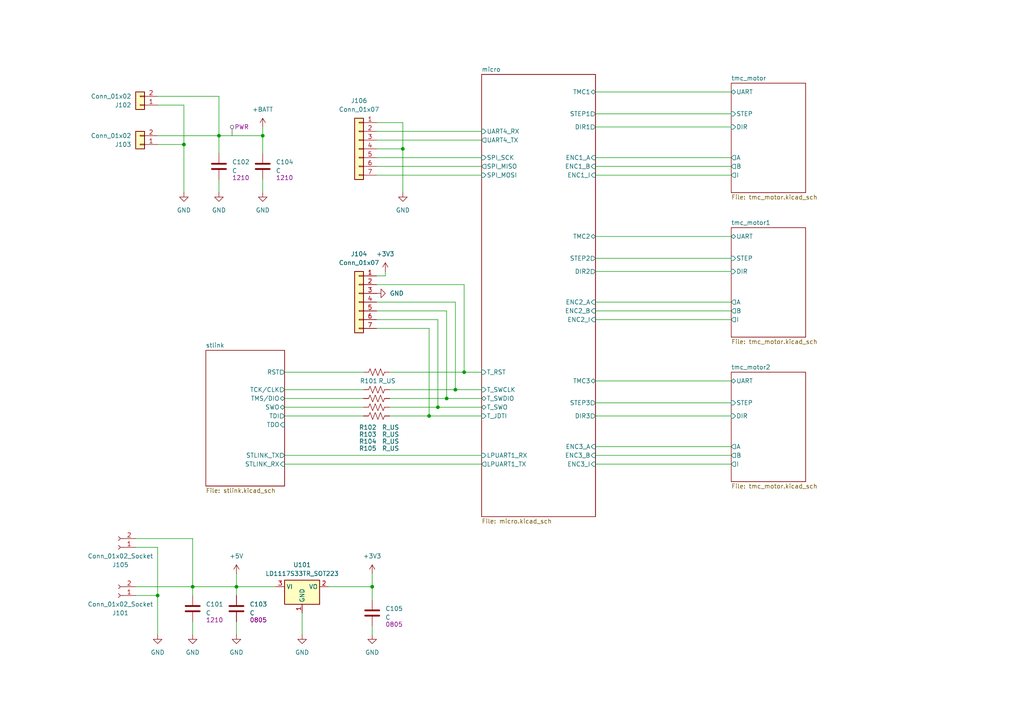
<source format=kicad_sch>
(kicad_sch (version 20250114) (generator "eeschema") (generator_version "9.0")
  (paper "A4")
  (lib_symbols
    (symbol "Connector:Conn_01x02_Socket" (pin_names (offset 1.016) (hide yes))
      (property "Reference" "J" (at 0 2.54 0))
      (property "Value" "Conn_01x02_Socket" (at 0 -5.08 0))
      (symbol "Conn_01x02_Socket_1_1"
        (polyline (pts (xy -1.27 0) (xy -0.508 0)) (stroke (width 0.1524)))
        (polyline (pts (xy -1.27 -2.54) (xy -0.508 -2.54)) (stroke (width 0.1524)))
        (arc (start 0 -0.508) (mid -0.5058 0) (end 0 0.508) (stroke (width 0.1524)))
        (arc (start 0 -3.048) (mid -0.5058 -2.54) (end 0 -2.032) (stroke (width 0.1524)))
        (pin passive line (at -5.08 0 0) (length 3.81) (name "Pin_1") (number "1"))
        (pin passive line (at -5.08 -2.54 0) (length 3.81) (name "Pin_2") (number "2"))
      )
    )
    (symbol "Connector_Generic:Conn_01x02" (pin_names (offset 1.016) (hide yes))
      (property "Reference" "J" (at 0 2.54 0))
      (property "Value" "Conn_01x02" (at 0 -5.08 0))
      (symbol "Conn_01x02_1_1"
        (rectangle (start -1.27 1.27) (end 1.27 -3.81) (stroke (width 0.254)) (fill (type background)))
        (rectangle (start -1.27 0.127) (end 0 -0.127) (stroke (width 0.1524)))
        (rectangle (start -1.27 -2.413) (end 0 -2.667) (stroke (width 0.1524)))
        (pin passive line (at -5.08 0 0) (length 3.81) (name "Pin_1") (number "1"))
        (pin passive line (at -5.08 -2.54 0) (length 3.81) (name "Pin_2") (number "2"))
      )
    )
    (symbol "Connector_Generic:Conn_01x07" (pin_names (offset 1.016) (hide yes))
      (property "Reference" "J" (at 0 10.16 0))
      (property "Value" "Conn_01x07" (at 0 -10.16 0))
      (symbol "Conn_01x07_1_1"
        (rectangle (start -1.27 8.89) (end 1.27 -8.89) (stroke (width 0.254)) (fill (type background)))
        (rectangle (start -1.27 7.747) (end 0 7.493) (stroke (width 0.1524)))
        (rectangle (start -1.27 5.207) (end 0 4.953) (stroke (width 0.1524)))
        (rectangle (start -1.27 2.667) (end 0 2.413) (stroke (width 0.1524)))
        (rectangle (start -1.27 0.127) (end 0 -0.127) (stroke (width 0.1524)))
        (rectangle (start -1.27 -2.413) (end 0 -2.667) (stroke (width 0.1524)))
        (rectangle (start -1.27 -4.953) (end 0 -5.207) (stroke (width 0.1524)))
        (rectangle (start -1.27 -7.493) (end 0 -7.747) (stroke (width 0.1524)))
        (pin passive line (at -5.08 7.62 0) (length 3.81) (name "Pin_1") (number "1"))
        (pin passive line (at -5.08 5.08 0) (length 3.81) (name "Pin_2") (number "2"))
        (pin passive line (at -5.08 2.54 0) (length 3.81) (name "Pin_3") (number "3"))
        (pin passive line (at -5.08 0 0) (length 3.81) (name "Pin_4") (number "4"))
        (pin passive line (at -5.08 -2.54 0) (length 3.81) (name "Pin_5") (number "5"))
        (pin passive line (at -5.08 -5.08 0) (length 3.81) (name "Pin_6") (number "6"))
        (pin passive line (at -5.08 -7.62 0) (length 3.81) (name "Pin_7") (number "7"))
      )
    )
    (symbol "Device:C" (pin_numbers (hide yes)) (pin_names (offset 0.254))
      (property "Reference" "C" (at 0.635 2.54 0))
      (property "Value" "C" (at 0.635 -2.54 0))
      (symbol "C_0_1"
        (polyline (pts (xy -2.032 0.762) (xy 2.032 0.762)) (stroke (width 0.508)))
        (polyline (pts (xy -2.032 -0.762) (xy 2.032 -0.762)) (stroke (width 0.508)))
      )
      (symbol "C_1_1"
        (pin passive line (at 0 3.81 270) (length 2.794) (name "~") (number "1"))
        (pin passive line (at 0 -3.81 90) (length 2.794) (name "~") (number "2"))
      )
    )
    (symbol "Device:R_US" (pin_numbers (hide yes)) (pin_names (offset 0))
      (property "Reference" "R" (at 2.54 0 90))
      (property "Value" "R_US" (at -2.54 0 90))
      (symbol "R_US_0_1"
        (polyline (pts (xy 0 2.286) (xy 0 2.54)))
        (polyline (pts (xy 0 2.286) (xy 1.016 1.905) (xy 0 1.524) (xy -1.016 1.143) (xy 0 0.762)))
        (polyline (pts (xy 0 0.762) (xy 1.016 0.381) (xy 0 0) (xy -1.016 -0.381) (xy 0 -0.762)))
        (polyline (pts (xy 0 -0.762) (xy 1.016 -1.143) (xy 0 -1.524) (xy -1.016 -1.905) (xy 0 -2.286)))
        (polyline (pts (xy 0 -2.286) (xy 0 -2.54)))
      )
      (symbol "R_US_1_1"
        (pin passive line (at 0 3.81 270) (length 1.27) (name "~") (number "1"))
        (pin passive line (at 0 -3.81 90) (length 1.27) (name "~") (number "2"))
      )
    )
    (symbol "Regulator_Linear:LD1117S33TR_SOT223"
      (property "Reference" "U" (at -3.81 3.175 0))
      (property "Value" "LD1117S33TR_SOT223" (at 0 3.175 0))
      (symbol "LD1117S33TR_SOT223_0_1"
        (rectangle (start -5.08 -5.08) (end 5.08 1.905) (stroke (width 0.254)) (fill (type background)))
      )
      (symbol "LD1117S33TR_SOT223_1_1"
        (pin power_in line (at -7.62 0 0) (length 2.54) (name "VI") (number "3"))
        (pin power_in line (at 0 -7.62 90) (length 2.54) (name "GND") (number "1"))
        (pin power_out line (at 7.62 0 180) (length 2.54) (name "VO") (number "2"))
      )
    )
    (symbol "power:+3V3" (power) (pin_numbers (hide yes)) (pin_names (offset 0) (hide yes))
      (property "Value" "+3V3" (at 0 3.556 0))
      (symbol "+3V3_0_1"
        (polyline (pts (xy -0.762 1.27) (xy 0 2.54)))
        (polyline (pts (xy 0 2.54) (xy 0.762 1.27)))
        (polyline (pts (xy 0 0) (xy 0 2.54)))
      )
      (symbol "+3V3_1_1"
        (pin power_in line (at 0 0 90) (length 0) (name "~") (number "1"))
      )
    )
    (symbol "power:+5V" (power) (pin_numbers (hide yes)) (pin_names (offset 0) (hide yes))
      (property "Value" "+5V" (at 0 3.556 0))
      (symbol "+5V_0_1"
        (polyline (pts (xy -0.762 1.27) (xy 0 2.54)))
        (polyline (pts (xy 0 2.54) (xy 0.762 1.27)))
        (polyline (pts (xy 0 0) (xy 0 2.54)))
      )
      (symbol "+5V_1_1"
        (pin power_in line (at 0 0 90) (length 0) (name "~") (number "1"))
      )
    )
    (symbol "power:+BATT" (power) (pin_numbers (hide yes)) (pin_names (offset 0) (hide yes))
      (property "Value" "+BATT" (at 0 3.556 0))
      (symbol "+BATT_0_1"
        (polyline (pts (xy -0.762 1.27) (xy 0 2.54)))
        (polyline (pts (xy 0 2.54) (xy 0.762 1.27)))
        (polyline (pts (xy 0 0) (xy 0 2.54)))
      )
      (symbol "+BATT_1_1"
        (pin power_in line (at 0 0 90) (length 0) (name "~") (number "1"))
      )
    )
    (symbol "power:GND" (power) (pin_numbers (hide yes)) (pin_names (offset 0) (hide yes))
      (property "Value" "GND" (at 0 -3.81 0))
      (symbol "GND_0_1"
        (polyline (pts (xy 0 0) (xy 0 -1.27) (xy 1.27 -1.27) (xy 0 -2.54) (xy -1.27 -1.27) (xy 0 -1.27)))
      )
      (symbol "GND_1_1"
        (pin power_in line (at 0 0 270) (length 0) (name "~") (number "1"))
      )
    )
  )
  (junction (at 116.84 43.18))
  (junction (at 45.72 172.72))
  (junction (at 134.62 107.95))
  (junction (at 107.95 170.18))
  (junction (at 53.34 41.91))
  (junction (at 68.58 170.18))
  (junction (at 127 118.11))
  (junction (at 129.54 115.57))
  (junction (at 76.2 39.37))
  (junction (at 63.5 39.37))
  (junction (at 124.46 120.65))
  (junction (at 55.88 170.18))
  (junction (at 132.08 113.03))
  (wire (pts (xy 76.2 52.07) (xy 76.2 55.88)))
  (wire (pts (xy 129.54 90.17) (xy 129.54 115.57)))
  (wire (pts (xy 53.34 30.48) (xy 45.72 30.48)))
  (wire (pts (xy 63.5 39.37) (xy 63.5 27.94)))
  (wire (pts (xy 113.03 113.03) (xy 132.08 113.03)))
  (wire (pts (xy 63.5 52.07) (xy 63.5 55.88)))
  (wire (pts (xy 45.72 172.72) (xy 45.72 184.15)))
  (wire (pts (xy 82.55 107.95) (xy 105.41 107.95)))
  (wire (pts (xy 55.88 180.34) (xy 55.88 184.15)))
  (wire (pts (xy 116.84 55.88) (xy 116.84 43.18)))
  (wire (pts (xy 76.2 39.37) (xy 63.5 39.37)))
  (wire (pts (xy 134.62 82.55) (xy 134.62 107.95)))
  (wire (pts (xy 109.22 38.1) (xy 139.7 38.1)))
  (wire (pts (xy 76.2 39.37) (xy 76.2 44.45)))
  (wire (pts (xy 132.08 113.03) (xy 139.7 113.03)))
  (wire (pts (xy 87.63 177.8) (xy 87.63 184.15)))
  (wire (pts (xy 53.34 55.88) (xy 53.34 41.91)))
  (wire (pts (xy 55.88 156.21) (xy 55.88 170.18)))
  (wire (pts (xy 172.72 129.54) (xy 212.09 129.54)))
  (wire (pts (xy 107.95 181.61) (xy 107.95 184.15)))
  (wire (pts (xy 172.72 87.63) (xy 212.09 87.63)))
  (wire (pts (xy 53.34 41.91) (xy 53.34 30.48)))
  (wire (pts (xy 107.95 166.37) (xy 107.95 170.18)))
  (wire (pts (xy 107.95 170.18) (xy 107.95 173.99)))
  (wire (pts (xy 39.37 156.21) (xy 55.88 156.21)))
  (wire (pts (xy 109.22 35.56) (xy 116.84 35.56)))
  (wire (pts (xy 113.03 118.11) (xy 127 118.11)))
  (wire (pts (xy 172.72 74.93) (xy 212.09 74.93)))
  (wire (pts (xy 109.22 87.63) (xy 132.08 87.63)))
  (wire (pts (xy 172.72 132.08) (xy 212.09 132.08)))
  (wire (pts (xy 172.72 120.65) (xy 212.09 120.65)))
  (wire (pts (xy 172.72 110.49) (xy 212.09 110.49)))
  (wire (pts (xy 124.46 95.25) (xy 124.46 120.65)))
  (wire (pts (xy 172.72 78.74) (xy 212.09 78.74)))
  (wire (pts (xy 45.72 158.75) (xy 45.72 172.72)))
  (wire (pts (xy 134.62 107.95) (xy 139.7 107.95)))
  (wire (pts (xy 68.58 180.34) (xy 68.58 184.15)))
  (wire (pts (xy 172.72 48.26) (xy 212.09 48.26)))
  (wire (pts (xy 109.22 92.71) (xy 127 92.71)))
  (wire (pts (xy 82.55 115.57) (xy 105.41 115.57)))
  (wire (pts (xy 172.72 33.02) (xy 212.09 33.02)))
  (wire (pts (xy 82.55 134.62) (xy 139.7 134.62)))
  (wire (pts (xy 82.55 113.03) (xy 105.41 113.03)))
  (wire (pts (xy 82.55 120.65) (xy 105.41 120.65)))
  (wire (pts (xy 68.58 170.18) (xy 80.01 170.18)))
  (wire (pts (xy 55.88 170.18) (xy 68.58 170.18)))
  (wire (pts (xy 113.03 115.57) (xy 129.54 115.57)))
  (wire (pts (xy 109.22 80.01) (xy 111.76 80.01)))
  (wire (pts (xy 111.76 80.01) (xy 111.76 78.74)))
  (wire (pts (xy 113.03 120.65) (xy 124.46 120.65)))
  (wire (pts (xy 127 118.11) (xy 139.7 118.11)))
  (wire (pts (xy 109.22 82.55) (xy 134.62 82.55)))
  (wire (pts (xy 95.25 170.18) (xy 107.95 170.18)))
  (wire (pts (xy 113.03 107.95) (xy 134.62 107.95)))
  (wire (pts (xy 127 92.71) (xy 127 118.11)))
  (wire (pts (xy 116.84 43.18) (xy 109.22 43.18)))
  (wire (pts (xy 172.72 45.72) (xy 212.09 45.72)))
  (wire (pts (xy 76.2 36.83) (xy 76.2 39.37)))
  (wire (pts (xy 39.37 158.75) (xy 45.72 158.75)))
  (wire (pts (xy 68.58 166.37) (xy 68.58 170.18)))
  (wire (pts (xy 172.72 116.84) (xy 212.09 116.84)))
  (wire (pts (xy 55.88 170.18) (xy 55.88 172.72)))
  (wire (pts (xy 172.72 134.62) (xy 212.09 134.62)))
  (wire (pts (xy 109.22 90.17) (xy 129.54 90.17)))
  (wire (pts (xy 82.55 132.08) (xy 139.7 132.08)))
  (wire (pts (xy 172.72 36.83) (xy 212.09 36.83)))
  (wire (pts (xy 109.22 40.64) (xy 139.7 40.64)))
  (wire (pts (xy 116.84 35.56) (xy 116.84 43.18)))
  (wire (pts (xy 124.46 95.25) (xy 109.22 95.25)))
  (wire (pts (xy 68.58 170.18) (xy 68.58 172.72)))
  (wire (pts (xy 172.72 68.58) (xy 212.09 68.58)))
  (wire (pts (xy 82.55 118.11) (xy 105.41 118.11)))
  (wire (pts (xy 172.72 26.67) (xy 212.09 26.67)))
  (wire (pts (xy 129.54 115.57) (xy 139.7 115.57)))
  (wire (pts (xy 132.08 87.63) (xy 132.08 113.03)))
  (wire (pts (xy 45.72 27.94) (xy 63.5 27.94)))
  (wire (pts (xy 109.22 45.72) (xy 139.7 45.72)))
  (wire (pts (xy 172.72 50.8) (xy 212.09 50.8)))
  (wire (pts (xy 109.22 50.8) (xy 139.7 50.8)))
  (wire (pts (xy 45.72 39.37) (xy 63.5 39.37)))
  (wire (pts (xy 45.72 41.91) (xy 53.34 41.91)))
  (wire (pts (xy 172.72 90.17) (xy 212.09 90.17)))
  (wire (pts (xy 109.22 48.26) (xy 139.7 48.26)))
  (wire (pts (xy 39.37 172.72) (xy 45.72 172.72)))
  (wire (pts (xy 124.46 120.65) (xy 139.7 120.65)))
  (wire (pts (xy 172.72 92.71) (xy 212.09 92.71)))
  (wire (pts (xy 39.37 170.18) (xy 55.88 170.18)))
  (wire (pts (xy 63.5 39.37) (xy 63.5 44.45)))
  (netclass_flag "" (length 2.54) (shape round) (at 67.31 39.37 0) (property "Netclass" "PWR" (at 68.0085 36.83 0) (effects (justify left))))
  (symbol (lib_id "power:+BATT") (at 76.2 36.83 0) (unit 1)
    (property "Reference" "#PWR0107" (effects (hide yes)))
    (property "Value" "+BATT" (at 76.2 31.75 0))
    (property "Description" "Power symbol creates a global label with name \"+BATT\"" (effects (hide yes)))
  )
  (symbol (lib_id "Device:C") (at 68.58 176.53 0) (unit 1)
    (property "Reference" "C103" (at 72.39 175.2599 0) (effects (justify left)))
    (property "Value" "C" (at 72.39 177.7999 0) (effects (justify left)))
    (property "Footprint" "Capacitor_SMD:C_0805_2012Metric_Pad1.18x1.45mm_HandSolder" (effects (hide yes)))
    (property "Description" "Unpolarized capacitor" (effects (hide yes)))
    (property "Size" "0805" (at 74.93 179.832 0))
  )
  (symbol (lib_id "power:+3V3") (at 107.95 166.37 0) (unit 1)
    (property "Reference" "#PWR0110" (effects (hide yes)))
    (property "Value" "+3V3" (at 107.95 161.29 0))
    (property "Description" "Power symbol creates a global label with name \"+3V3\"" (effects (hide yes)))
  )
  (symbol (lib_id "Device:C") (at 55.88 176.53 0) (unit 1)
    (property "Reference" "C101" (at 59.69 175.2599 0) (effects (justify left)))
    (property "Value" "C" (at 59.69 177.7999 0) (effects (justify left)))
    (property "Footprint" "Capacitor_SMD:C_1210_3225Metric_Pad1.33x2.70mm_HandSolder" (effects (hide yes)))
    (property "Description" "Unpolarized capacitor" (effects (hide yes)))
    (property "Size" "1210" (at 62.23 179.832 0))
  )
  (symbol (lib_id "power:GND") (at 45.72 184.15 0) (unit 1)
    (property "Reference" "#PWR0101" (effects (hide yes)))
    (property "Value" "GND" (at 45.72 189.23 0))
    (property "Description" "Power symbol creates a global label with name \"GND\" , ground" (effects (hide yes)))
  )
  (symbol (lib_id "Connector_Generic:Conn_01x07") (at 104.14 87.63 0) (mirror y) (unit 1)
    (property "Reference" "J104" (at 104.14 73.66 0))
    (property "Value" "Conn_01x07" (at 104.14 76.2 0))
    (property "Footprint" "Connector_Molex:Molex_KK-254_AE-6410-07A_1x07_P2.54mm_Vertical" (effects (hide yes)))
    (property "Description" "Generic connector, single row, 01x07, script generated (kicad-library-utils/schlib/autogen/connector/)" (effects (hide yes)))
  )
  (symbol (lib_id "Device:C") (at 63.5 48.26 0) (unit 1)
    (property "Reference" "C102" (at 67.31 46.9899 0) (effects (justify left)))
    (property "Value" "C" (at 67.31 49.5299 0) (effects (justify left)))
    (property "Footprint" "Capacitor_SMD:C_1210_3225Metric_Pad1.33x2.70mm_HandSolder" (effects (hide yes)))
    (property "Description" "Unpolarized capacitor" (effects (hide yes)))
    (property "Size" "1210" (at 69.85 51.562 0))
  )
  (symbol (lib_id "Connector_Generic:Conn_01x02") (at 40.64 30.48 180) (unit 1)
    (property "Reference" "J102" (at 38.1 30.4801 0) (effects (justify left)))
    (property "Value" "Conn_01x02" (at 38.1 27.9401 0) (effects (justify left)))
    (property "Footprint" "Connector_Molex:Molex_KK-396_A-41791-0002_1x02_P3.96mm_Vertical" (effects (hide yes)))
    (property "Description" "Generic connector, single row, 01x02, script generated (kicad-library-utils/schlib/autogen/connector/)" (effects (hide yes)))
  )
  (symbol (lib_id "Device:R_US") (at 109.22 120.65 270) (unit 1)
    (property "Reference" "R105" (at 106.68 130.048 90))
    (property "Value" "R_US" (at 113.284 130.048 90))
    (property "Footprint" "Resistor_SMD:R_0603_1608Metric_Pad0.98x0.95mm_HandSolder" (effects (hide yes)))
    (property "Description" "Resistor, US symbol" (effects (hide yes)))
  )
  (symbol (lib_id "power:GND") (at 87.63 184.15 0) (unit 1)
    (property "Reference" "#PWR0109" (effects (hide yes)))
    (property "Value" "GND" (at 87.63 189.23 0))
    (property "Description" "Power symbol creates a global label with name \"GND\" , ground" (effects (hide yes)))
  )
  (symbol (lib_id "Device:R_US") (at 109.22 118.11 270) (unit 1)
    (property "Reference" "R104" (at 106.68 128.016 90))
    (property "Value" "R_US" (at 113.284 128.016 90))
    (property "Footprint" "Resistor_SMD:R_0603_1608Metric_Pad0.98x0.95mm_HandSolder" (effects (hide yes)))
    (property "Description" "Resistor, US symbol" (effects (hide yes)))
  )
  (symbol (lib_id "Connector:Conn_01x02_Socket") (at 34.29 158.75 180) (unit 1)
    (property "Reference" "J105" (at 34.925 163.83 0))
    (property "Value" "Conn_01x02_Socket" (at 34.925 161.29 0))
    (property "Footprint" "Connector_Molex:Molex_KK-396_A-41791-0002_1x02_P3.96mm_Vertical" (effects (hide yes)))
    (property "Description" "Generic connector, single row, 01x02, script generated" (effects (hide yes)))
  )
  (symbol (lib_id "power:GND") (at 116.84 55.88 0) (unit 1)
    (property "Reference" "#PWR0114" (effects (hide yes)))
    (property "Value" "GND" (at 116.84 60.96 0))
    (property "Description" "Power symbol creates a global label with name \"GND\" , ground" (effects (hide yes)))
  )
  (symbol (lib_id "Connector_Generic:Conn_01x07") (at 104.14 43.18 0) (mirror y) (unit 1)
    (property "Reference" "J106" (at 104.14 29.21 0))
    (property "Value" "Conn_01x07" (at 104.14 31.75 0))
    (property "Footprint" "Connector_Molex:Molex_KK-254_AE-6410-07A_1x07_P2.54mm_Vertical" (effects (hide yes)))
    (property "Description" "Generic connector, single row, 01x07, script generated (kicad-library-utils/schlib/autogen/connector/)" (effects (hide yes)))
  )
  (symbol (lib_id "power:+3V3") (at 111.76 78.74 0) (unit 1)
    (property "Reference" "#PWR0113" (effects (hide yes)))
    (property "Value" "+3V3" (at 111.76 73.66 0))
    (property "Description" "Power symbol creates a global label with name \"+3V3\"" (effects (hide yes)))
  )
  (symbol (lib_id "power:GND") (at 76.2 55.88 0) (unit 1)
    (property "Reference" "#PWR0108" (effects (hide yes)))
    (property "Value" "GND" (at 76.2 60.96 0))
    (property "Description" "Power symbol creates a global label with name \"GND\" , ground" (effects (hide yes)))
  )
  (symbol (lib_id "power:+5V") (at 68.58 166.37 0) (unit 1)
    (property "Reference" "#PWR0105" (effects (hide yes)))
    (property "Value" "+5V" (at 68.58 161.29 0))
    (property "Description" "Power symbol creates a global label with name \"+5V\"" (effects (hide yes)))
  )
  (symbol (lib_id "Device:C") (at 76.2 48.26 0) (unit 1)
    (property "Reference" "C104" (at 80.01 46.9899 0) (effects (justify left)))
    (property "Value" "C" (at 80.01 49.5299 0) (effects (justify left)))
    (property "Footprint" "Capacitor_SMD:C_1210_3225Metric_Pad1.33x2.70mm_HandSolder" (effects (hide yes)))
    (property "Description" "Unpolarized capacitor" (effects (hide yes)))
    (property "Size" "1210" (at 82.55 51.562 0))
  )
  (symbol (lib_id "Device:R_US") (at 109.22 113.03 270) (unit 1)
    (property "Reference" "R102" (at 106.68 123.952 90))
    (property "Value" "R_US" (at 113.284 123.952 90))
    (property "Footprint" "Resistor_SMD:R_0603_1608Metric_Pad0.98x0.95mm_HandSolder" (effects (hide yes)))
    (property "Description" "Resistor, US symbol" (effects (hide yes)))
  )
  (symbol (lib_id "power:GND") (at 53.34 55.88 0) (unit 1)
    (property "Reference" "#PWR0103" (effects (hide yes)))
    (property "Value" "GND" (at 53.34 60.96 0))
    (property "Description" "Power symbol creates a global label with name \"GND\" , ground" (effects (hide yes)))
  )
  (symbol (lib_id "power:GND") (at 63.5 55.88 0) (unit 1)
    (property "Reference" "#PWR0104" (effects (hide yes)))
    (property "Value" "GND" (at 63.5 60.96 0))
    (property "Description" "Power symbol creates a global label with name \"GND\" , ground" (effects (hide yes)))
  )
  (symbol (lib_id "Regulator_Linear:LD1117S33TR_SOT223") (at 87.63 170.18 0) (unit 1)
    (property "Reference" "U101" (at 87.63 163.83 0))
    (property "Value" "LD1117S33TR_SOT223" (at 87.63 166.37 0))
    (property "Footprint" "Package_TO_SOT_SMD:SOT-223-3_TabPin2" (effects (hide yes)))
    (property "Datasheet" "http://www.st.com/st-web-ui/static/active/en/resource/technical/document/datasheet/CD00000544.pdf" (effects (hide yes)))
    (property "Description" "800mA Fixed Low Drop Positive Voltage Regulator, Fixed Output 3.3V, SOT-223" (effects (hide yes)))
  )
  (symbol (lib_id "Device:R_US") (at 109.22 107.95 270) (unit 1)
    (property "Reference" "R101" (at 106.934 110.49 90))
    (property "Value" "R_US" (at 112.268 110.49 90))
    (property "Footprint" "Resistor_SMD:R_0603_1608Metric_Pad0.98x0.95mm_HandSolder" (effects (hide yes)))
    (property "Description" "Resistor, US symbol" (effects (hide yes)))
  )
  (symbol (lib_id "Connector_Generic:Conn_01x02") (at 40.64 41.91 180) (unit 1)
    (property "Reference" "J103" (at 38.1 41.9101 0) (effects (justify left)))
    (property "Value" "Conn_01x02" (at 38.1 39.3701 0) (effects (justify left)))
    (property "Footprint" "Connector_Molex:Molex_KK-396_A-41791-0002_1x02_P3.96mm_Vertical" (effects (hide yes)))
    (property "Description" "Generic connector, single row, 01x02, script generated (kicad-library-utils/schlib/autogen/connector/)" (effects (hide yes)))
  )
  (symbol (lib_id "power:GND") (at 68.58 184.15 0) (unit 1)
    (property "Reference" "#PWR0106" (effects (hide yes)))
    (property "Value" "GND" (at 68.58 189.23 0))
    (property "Description" "Power symbol creates a global label with name \"GND\" , ground" (effects (hide yes)))
  )
  (symbol (lib_id "power:GND") (at 109.22 85.09 90) (unit 1)
    (property "Reference" "#PWR0112" (effects (hide yes)))
    (property "Value" "GND" (at 113.03 85.0899 90) (effects (justify right)))
    (property "Description" "Power symbol creates a global label with name \"GND\" , ground" (effects (hide yes)))
  )
  (symbol (lib_id "Device:R_US") (at 109.22 115.57 270) (unit 1)
    (property "Reference" "R103" (at 106.68 125.984 90))
    (property "Value" "R_US" (at 113.284 125.984 90))
    (property "Footprint" "Resistor_SMD:R_0603_1608Metric_Pad0.98x0.95mm_HandSolder" (effects (hide yes)))
    (property "Description" "Resistor, US symbol" (effects (hide yes)))
  )
  (symbol (lib_id "Connector:Conn_01x02_Socket") (at 34.29 172.72 180) (unit 1)
    (property "Reference" "J101" (at 34.925 177.8 0))
    (property "Value" "Conn_01x02_Socket" (at 34.925 175.26 0))
    (property "Footprint" "Connector_Molex:Molex_KK-396_A-41791-0002_1x02_P3.96mm_Vertical" (effects (hide yes)))
    (property "Description" "Generic connector, single row, 01x02, script generated" (effects (hide yes)))
  )
  (symbol (lib_id "Device:C") (at 107.95 177.8 0) (unit 1)
    (property "Reference" "C105" (at 111.76 176.5299 0) (effects (justify left)))
    (property "Value" "C" (at 111.76 179.0699 0) (effects (justify left)))
    (property "Footprint" "Capacitor_SMD:C_0805_2012Metric_Pad1.18x1.45mm_HandSolder" (effects (hide yes)))
    (property "Description" "Unpolarized capacitor" (effects (hide yes)))
    (property "Size" "0805" (at 114.3 181.102 0))
  )
  (symbol (lib_id "power:GND") (at 55.88 184.15 0) (unit 1)
    (property "Reference" "#PWR0102" (effects (hide yes)))
    (property "Value" "GND" (at 55.88 189.23 0))
    (property "Description" "Power symbol creates a global label with name \"GND\" , ground" (effects (hide yes)))
  )
  (symbol (lib_id "power:GND") (at 107.95 184.15 0) (unit 1)
    (property "Reference" "#PWR0111" (effects (hide yes)))
    (property "Value" "GND" (at 107.95 189.23 0))
    (property "Description" "Power symbol creates a global label with name \"GND\" , ground" (effects (hide yes)))
  )
  (sheet (at 139.7 21.59) (size 33.02 128.27) (stroke (width 0.1524))
    (property "Sheetname" "micro" (at 139.7 20.8784 0) (effects (justify left bottom)))
    (property "Sheetfile" "micro.kicad_sch" (at 139.7 150.4446 0) (effects (justify left top)))
    (pin "DIR1" output (at 172.72 36.83 0))
    (pin "DIR2" output (at 172.72 78.74 0))
    (pin "DIR3" output (at 172.72 120.65 0))
    (pin "STEP1" output (at 172.72 33.02 0))
    (pin "STEP2" output (at 172.72 74.93 0))
    (pin "STEP3" output (at 172.72 116.84 0))
    (pin "TMC1" bidirectional (at 172.72 26.67 0))
    (pin "TMC2" bidirectional (at 172.72 68.58 0))
    (pin "TMC3" bidirectional (at 172.72 110.49 0))
    (pin "T_JDTI" input (at 139.7 120.65 180))
    (pin "T_RST" input (at 139.7 107.95 180))
    (pin "T_SWCLK" input (at 139.7 113.03 180))
    (pin "T_SWDIO" bidirectional (at 139.7 115.57 180))
    (pin "T_SWO" bidirectional (at 139.7 118.11 180))
    (pin "UART4_RX" input (at 139.7 38.1 180))
    (pin "UART4_TX" output (at 139.7 40.64 180))
    (pin "LPUART1_RX" input (at 139.7 132.08 180))
    (pin "LPUART1_TX" output (at 139.7 134.62 180))
    (pin "SPI_MISO" output (at 139.7 48.26 180))
    (pin "SPI_MOSI" input (at 139.7 50.8 180))
    (pin "SPI_SCK" input (at 139.7 45.72 180))
    (pin "ENC1_A" input (at 172.72 45.72 0))
    (pin "ENC1_B" input (at 172.72 48.26 0))
    (pin "ENC1_I" input (at 172.72 50.8 0))
    (pin "ENC2_A" input (at 172.72 87.63 0))
    (pin "ENC2_B" input (at 172.72 90.17 0))
    (pin "ENC2_I" input (at 172.72 92.71 0))
    (pin "ENC3_A" input (at 172.72 129.54 0))
    (pin "ENC3_B" input (at 172.72 132.08 0))
    (pin "ENC3_I" input (at 172.72 134.62 0))
  )
  (sheet (at 212.09 24.13) (size 21.59 31.75) (stroke (width 0.1524))
    (property "Sheetname" "tmc_motor" (at 212.09 23.4184 0) (effects (justify left bottom)))
    (property "Sheetfile" "tmc_motor.kicad_sch" (at 212.09 56.4646 0) (effects (justify left top)))
    (pin "DIR" input (at 212.09 36.83 180))
    (pin "STEP" input (at 212.09 33.02 180))
    (pin "UART" bidirectional (at 212.09 26.67 180))
    (pin "A" output (at 212.09 45.72 180))
    (pin "B" output (at 212.09 48.26 180))
    (pin "I" output (at 212.09 50.8 180))
  )
  (sheet (at 212.09 107.95) (size 21.59 31.75) (stroke (width 0.1524))
    (property "Sheetname" "tmc_motor2" (at 212.09 107.2384 0) (effects (justify left bottom)))
    (property "Sheetfile" "tmc_motor.kicad_sch" (at 212.09 140.2846 0) (effects (justify left top)))
    (pin "DIR" input (at 212.09 120.65 180))
    (pin "STEP" input (at 212.09 116.84 180))
    (pin "UART" bidirectional (at 212.09 110.49 180))
    (pin "A" output (at 212.09 129.54 180))
    (pin "B" output (at 212.09 132.08 180))
    (pin "I" output (at 212.09 134.62 180))
  )
  (sheet (at 212.09 66.04) (size 21.59 31.75) (stroke (width 0.1524))
    (property "Sheetname" "tmc_motor1" (at 212.09 65.3284 0) (effects (justify left bottom)))
    (property "Sheetfile" "tmc_motor.kicad_sch" (at 212.09 98.3746 0) (effects (justify left top)))
    (pin "DIR" input (at 212.09 78.74 180))
    (pin "STEP" input (at 212.09 74.93 180))
    (pin "UART" bidirectional (at 212.09 68.58 180))
    (pin "A" output (at 212.09 87.63 180))
    (pin "B" output (at 212.09 90.17 180))
    (pin "I" output (at 212.09 92.71 180))
  )
  (sheet (at 59.69 101.6) (size 22.86 39.37) (stroke (width 0.1524))
    (property "Sheetname" "stlink" (at 59.69 100.8884 0) (effects (justify left bottom)))
    (property "Sheetfile" "stlink.kicad_sch" (at 59.69 141.5546 0) (effects (justify left top)))
    (pin "RST" output (at 82.55 107.95 0))
    (pin "STLINK_RX" input (at 82.55 134.62 0))
    (pin "STLINK_TX" output (at 82.55 132.08 0))
    (pin "TCK{slash}CLK" output (at 82.55 113.03 0))
    (pin "TMS{slash}DIO" bidirectional (at 82.55 115.57 0))
    (pin "SWO" bidirectional (at 82.55 118.11 0))
    (pin "TDI" output (at 82.55 120.65 0))
    (pin "TDO" input (at 82.55 123.19 0))
  )
)
</source>
